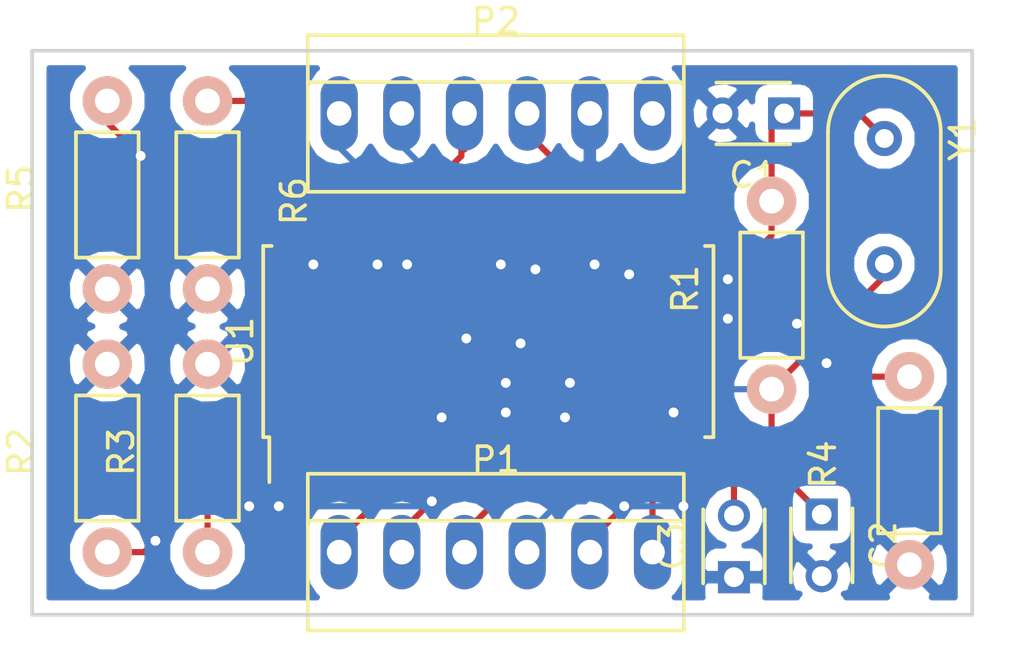
<source format=kicad_pcb>
(kicad_pcb (version 4) (host pcbnew 4.0.3-stable)

  (general
    (links 41)
    (no_connects 0)
    (area 100.17288 76.555 142.045 103.945)
    (thickness 1.6)
    (drawings 5)
    (tracks 192)
    (zones 0)
    (modules 13)
    (nets 20)
  )

  (page A4)
  (layers
    (0 F.Cu signal)
    (31 B.Cu signal)
    (32 B.Adhes user)
    (33 F.Adhes user)
    (34 B.Paste user)
    (35 F.Paste user)
    (36 B.SilkS user)
    (37 F.SilkS user)
    (38 B.Mask user)
    (39 F.Mask user)
    (40 Dwgs.User user)
    (41 Cmts.User user)
    (42 Eco1.User user)
    (43 Eco2.User user)
    (44 Edge.Cuts user)
    (45 Margin user)
    (46 B.CrtYd user)
    (47 F.CrtYd user)
    (48 B.Fab user)
    (49 F.Fab user)
  )

  (setup
    (last_trace_width 0.25)
    (trace_clearance 0.2)
    (zone_clearance 0.508)
    (zone_45_only no)
    (trace_min 0.2)
    (segment_width 0.2)
    (edge_width 0.15)
    (via_size 0.6)
    (via_drill 0.4)
    (via_min_size 0.4)
    (via_min_drill 0.3)
    (uvia_size 0.3)
    (uvia_drill 0.1)
    (uvias_allowed no)
    (uvia_min_size 0.2)
    (uvia_min_drill 0.1)
    (pcb_text_width 0.3)
    (pcb_text_size 1.5 1.5)
    (mod_edge_width 0.15)
    (mod_text_size 1 1)
    (mod_text_width 0.15)
    (pad_size 1.524 1.524)
    (pad_drill 0.762)
    (pad_to_mask_clearance 0.2)
    (aux_axis_origin 0 0)
    (visible_elements 7FFFFFFF)
    (pcbplotparams
      (layerselection 0x00030_80000001)
      (usegerberextensions false)
      (excludeedgelayer true)
      (linewidth 0.100000)
      (plotframeref false)
      (viasonmask false)
      (mode 1)
      (useauxorigin false)
      (hpglpennumber 1)
      (hpglpenspeed 20)
      (hpglpendiameter 15)
      (hpglpenoverlay 2)
      (psnegative false)
      (psa4output false)
      (plotreference true)
      (plotvalue true)
      (plotinvisibletext false)
      (padsonsilk false)
      (subtractmaskfromsilk false)
      (outputformat 1)
      (mirror false)
      (drillshape 1)
      (scaleselection 1)
      (outputdirectory ""))
  )

  (net 0 "")
  (net 1 "Net-(C1-Pad1)")
  (net 2 GND)
  (net 3 "Net-(C2-Pad1)")
  (net 4 "Net-(C3-Pad2)")
  (net 5 "Net-(P1-Pad1)")
  (net 6 "Net-(P1-Pad2)")
  (net 7 "Net-(P1-Pad3)")
  (net 8 "Net-(P1-Pad4)")
  (net 9 "Net-(P1-Pad5)")
  (net 10 "Net-(P1-Pad6)")
  (net 11 "Net-(P2-Pad1)")
  (net 12 "Net-(P2-Pad2)")
  (net 13 VCC)
  (net 14 "Net-(R2-Pad1)")
  (net 15 "Net-(R3-Pad1)")
  (net 16 "Net-(R4-Pad2)")
  (net 17 "Net-(R5-Pad2)")
  (net 18 "Net-(P2-Pad3)")
  (net 19 "Net-(P2-Pad6)")

  (net_class Default "This is the default net class."
    (clearance 0.2)
    (trace_width 0.25)
    (via_dia 0.6)
    (via_drill 0.4)
    (uvia_dia 0.3)
    (uvia_drill 0.1)
    (add_net GND)
    (add_net "Net-(C1-Pad1)")
    (add_net "Net-(C2-Pad1)")
    (add_net "Net-(C3-Pad2)")
    (add_net "Net-(P1-Pad1)")
    (add_net "Net-(P1-Pad2)")
    (add_net "Net-(P1-Pad3)")
    (add_net "Net-(P1-Pad4)")
    (add_net "Net-(P1-Pad5)")
    (add_net "Net-(P1-Pad6)")
    (add_net "Net-(P2-Pad1)")
    (add_net "Net-(P2-Pad2)")
    (add_net "Net-(P2-Pad3)")
    (add_net "Net-(P2-Pad6)")
    (add_net "Net-(R2-Pad1)")
    (add_net "Net-(R3-Pad1)")
    (add_net "Net-(R4-Pad2)")
    (add_net "Net-(R5-Pad2)")
    (add_net VCC)
  )

  (module Connect:PINHEAD1-6 (layer F.Cu) (tedit 0) (tstamp 583BB9D7)
    (at 120.396 81.28)
    (path /583C4D63)
    (attr virtual)
    (fp_text reference P2 (at 0 -3.75) (layer F.SilkS)
      (effects (font (size 1 1) (thickness 0.15)))
    )
    (fp_text value CONN_01X06 (at 0 3.81) (layer F.Fab)
      (effects (font (size 1 1) (thickness 0.15)))
    )
    (fp_line (start 0 3.175) (end 7.62 3.175) (layer F.SilkS) (width 0.15))
    (fp_line (start 0 -1.27) (end 7.62 -1.27) (layer F.SilkS) (width 0.15))
    (fp_line (start 0 -3.175) (end 7.62 -3.175) (layer F.SilkS) (width 0.15))
    (fp_line (start -7.62 -3.175) (end -7.62 3.175) (layer F.SilkS) (width 0.15))
    (fp_line (start 7.62 -3.175) (end 7.62 3.175) (layer F.SilkS) (width 0.15))
    (fp_line (start 0 -1.27) (end -7.62 -1.27) (layer F.SilkS) (width 0.15))
    (fp_line (start -7.62 -3.175) (end 0 -3.175) (layer F.SilkS) (width 0.15))
    (fp_line (start 0 3.175) (end -7.62 3.175) (layer F.SilkS) (width 0.15))
    (pad 1 thru_hole oval (at -6.35 0) (size 1.50622 3.01498) (drill 0.99822) (layers *.Cu *.Mask)
      (net 11 "Net-(P2-Pad1)"))
    (pad 2 thru_hole oval (at -3.81 0) (size 1.50622 3.01498) (drill 0.99822) (layers *.Cu *.Mask)
      (net 12 "Net-(P2-Pad2)"))
    (pad 3 thru_hole oval (at -1.27 0) (size 1.50622 3.01498) (drill 0.99822) (layers *.Cu *.Mask)
      (net 18 "Net-(P2-Pad3)"))
    (pad 4 thru_hole oval (at 1.27 0) (size 1.50622 3.01498) (drill 0.99822) (layers *.Cu *.Mask)
      (net 13 VCC))
    (pad 5 thru_hole oval (at 3.81 0) (size 1.50622 3.01498) (drill 0.99822) (layers *.Cu *.Mask)
      (net 2 GND))
    (pad 6 thru_hole oval (at 6.35 0) (size 1.50622 3.01498) (drill 0.99822) (layers *.Cu *.Mask)
      (net 19 "Net-(P2-Pad6)"))
  )

  (module Capacitors_ThroughHole:C_Disc_D3_P2.5 (layer F.Cu) (tedit 0) (tstamp 583BB9B7)
    (at 132.08 81.28 180)
    (descr "Capacitor 3mm Disc, Pitch 2.5mm")
    (tags Capacitor)
    (path /5838C491)
    (fp_text reference C1 (at 1.25 -2.5 180) (layer F.SilkS)
      (effects (font (size 1 1) (thickness 0.15)))
    )
    (fp_text value 33p (at 1.25 2.5 180) (layer F.Fab)
      (effects (font (size 1 1) (thickness 0.15)))
    )
    (fp_line (start -0.9 -1.5) (end 3.4 -1.5) (layer F.CrtYd) (width 0.05))
    (fp_line (start 3.4 -1.5) (end 3.4 1.5) (layer F.CrtYd) (width 0.05))
    (fp_line (start 3.4 1.5) (end -0.9 1.5) (layer F.CrtYd) (width 0.05))
    (fp_line (start -0.9 1.5) (end -0.9 -1.5) (layer F.CrtYd) (width 0.05))
    (fp_line (start -0.25 -1.25) (end 2.75 -1.25) (layer F.SilkS) (width 0.15))
    (fp_line (start 2.75 1.25) (end -0.25 1.25) (layer F.SilkS) (width 0.15))
    (pad 1 thru_hole rect (at 0 0 180) (size 1.3 1.3) (drill 0.8) (layers *.Cu *.Mask)
      (net 1 "Net-(C1-Pad1)"))
    (pad 2 thru_hole circle (at 2.5 0 180) (size 1.3 1.3) (drill 0.8001) (layers *.Cu *.Mask)
      (net 2 GND))
    (model Capacitors_ThroughHole.3dshapes/C_Disc_D3_P2.5.wrl
      (at (xyz 0.0492126 0 0))
      (scale (xyz 1 1 1))
      (rotate (xyz 0 0 0))
    )
  )

  (module Capacitors_ThroughHole:C_Disc_D3_P2.5 (layer F.Cu) (tedit 0) (tstamp 583BB9BD)
    (at 133.604 97.536 270)
    (descr "Capacitor 3mm Disc, Pitch 2.5mm")
    (tags Capacitor)
    (path /5838C873)
    (fp_text reference C2 (at 1.25 -2.5 270) (layer F.SilkS)
      (effects (font (size 1 1) (thickness 0.15)))
    )
    (fp_text value 33p (at 1.25 2.5 270) (layer F.Fab)
      (effects (font (size 1 1) (thickness 0.15)))
    )
    (fp_line (start -0.9 -1.5) (end 3.4 -1.5) (layer F.CrtYd) (width 0.05))
    (fp_line (start 3.4 -1.5) (end 3.4 1.5) (layer F.CrtYd) (width 0.05))
    (fp_line (start 3.4 1.5) (end -0.9 1.5) (layer F.CrtYd) (width 0.05))
    (fp_line (start -0.9 1.5) (end -0.9 -1.5) (layer F.CrtYd) (width 0.05))
    (fp_line (start -0.25 -1.25) (end 2.75 -1.25) (layer F.SilkS) (width 0.15))
    (fp_line (start 2.75 1.25) (end -0.25 1.25) (layer F.SilkS) (width 0.15))
    (pad 1 thru_hole rect (at 0 0 270) (size 1.3 1.3) (drill 0.8) (layers *.Cu *.Mask)
      (net 3 "Net-(C2-Pad1)"))
    (pad 2 thru_hole circle (at 2.5 0 270) (size 1.3 1.3) (drill 0.8001) (layers *.Cu *.Mask)
      (net 2 GND))
    (model Capacitors_ThroughHole.3dshapes/C_Disc_D3_P2.5.wrl
      (at (xyz 0.0492126 0 0))
      (scale (xyz 1 1 1))
      (rotate (xyz 0 0 0))
    )
  )

  (module Capacitors_ThroughHole:C_Disc_D3_P2.5 (layer F.Cu) (tedit 0) (tstamp 583BB9C3)
    (at 130.048 100.076 90)
    (descr "Capacitor 3mm Disc, Pitch 2.5mm")
    (tags Capacitor)
    (path /5838D612)
    (fp_text reference C3 (at 1.25 -2.5 90) (layer F.SilkS)
      (effects (font (size 1 1) (thickness 0.15)))
    )
    (fp_text value 100nF (at 1.25 2.5 90) (layer F.Fab)
      (effects (font (size 1 1) (thickness 0.15)))
    )
    (fp_line (start -0.9 -1.5) (end 3.4 -1.5) (layer F.CrtYd) (width 0.05))
    (fp_line (start 3.4 -1.5) (end 3.4 1.5) (layer F.CrtYd) (width 0.05))
    (fp_line (start 3.4 1.5) (end -0.9 1.5) (layer F.CrtYd) (width 0.05))
    (fp_line (start -0.9 1.5) (end -0.9 -1.5) (layer F.CrtYd) (width 0.05))
    (fp_line (start -0.25 -1.25) (end 2.75 -1.25) (layer F.SilkS) (width 0.15))
    (fp_line (start 2.75 1.25) (end -0.25 1.25) (layer F.SilkS) (width 0.15))
    (pad 1 thru_hole rect (at 0 0 90) (size 1.3 1.3) (drill 0.8) (layers *.Cu *.Mask)
      (net 2 GND))
    (pad 2 thru_hole circle (at 2.5 0 90) (size 1.3 1.3) (drill 0.8001) (layers *.Cu *.Mask)
      (net 4 "Net-(C3-Pad2)"))
    (model Capacitors_ThroughHole.3dshapes/C_Disc_D3_P2.5.wrl
      (at (xyz 0.0492126 0 0))
      (scale (xyz 1 1 1))
      (rotate (xyz 0 0 0))
    )
  )

  (module Connect:PINHEAD1-6 (layer F.Cu) (tedit 0) (tstamp 583BB9CD)
    (at 120.396 99.06)
    (path /583B7DD1)
    (attr virtual)
    (fp_text reference P1 (at 0 -3.75) (layer F.SilkS)
      (effects (font (size 1 1) (thickness 0.15)))
    )
    (fp_text value CONN_01X06 (at 0 3.81) (layer F.Fab)
      (effects (font (size 1 1) (thickness 0.15)))
    )
    (fp_line (start 0 3.175) (end 7.62 3.175) (layer F.SilkS) (width 0.15))
    (fp_line (start 0 -1.27) (end 7.62 -1.27) (layer F.SilkS) (width 0.15))
    (fp_line (start 0 -3.175) (end 7.62 -3.175) (layer F.SilkS) (width 0.15))
    (fp_line (start -7.62 -3.175) (end -7.62 3.175) (layer F.SilkS) (width 0.15))
    (fp_line (start 7.62 -3.175) (end 7.62 3.175) (layer F.SilkS) (width 0.15))
    (fp_line (start 0 -1.27) (end -7.62 -1.27) (layer F.SilkS) (width 0.15))
    (fp_line (start -7.62 -3.175) (end 0 -3.175) (layer F.SilkS) (width 0.15))
    (fp_line (start 0 3.175) (end -7.62 3.175) (layer F.SilkS) (width 0.15))
    (pad 1 thru_hole oval (at -6.35 0) (size 1.50622 3.01498) (drill 0.99822) (layers *.Cu *.Mask)
      (net 5 "Net-(P1-Pad1)"))
    (pad 2 thru_hole oval (at -3.81 0) (size 1.50622 3.01498) (drill 0.99822) (layers *.Cu *.Mask)
      (net 6 "Net-(P1-Pad2)"))
    (pad 3 thru_hole oval (at -1.27 0) (size 1.50622 3.01498) (drill 0.99822) (layers *.Cu *.Mask)
      (net 7 "Net-(P1-Pad3)"))
    (pad 4 thru_hole oval (at 1.27 0) (size 1.50622 3.01498) (drill 0.99822) (layers *.Cu *.Mask)
      (net 8 "Net-(P1-Pad4)"))
    (pad 5 thru_hole oval (at 3.81 0) (size 1.50622 3.01498) (drill 0.99822) (layers *.Cu *.Mask)
      (net 9 "Net-(P1-Pad5)"))
    (pad 6 thru_hole oval (at 6.35 0) (size 1.50622 3.01498) (drill 0.99822) (layers *.Cu *.Mask)
      (net 10 "Net-(P1-Pad6)"))
  )

  (module Crystals:HC-49V (layer F.Cu) (tedit 56D4D4E4) (tstamp 583BBA1B)
    (at 136.144 82.296 270)
    (descr "Quartz boitier HC-49 Vertical")
    (tags "QUARTZ DEV")
    (path /5838C514)
    (fp_text reference Y1 (at 0 -3.175 270) (layer F.SilkS)
      (effects (font (size 1 1) (thickness 0.15)))
    )
    (fp_text value Crystal (at 0 3.175 270) (layer F.Fab)
      (effects (font (size 1 1) (thickness 0.15)))
    )
    (fp_line (start 5.35 2.8) (end -0.25 2.8) (layer F.CrtYd) (width 0.05))
    (fp_line (start -0.25 -2.8) (end 5.35 -2.8) (layer F.CrtYd) (width 0.05))
    (fp_arc (start -0.25 0) (end -0.25 2.8) (angle 180) (layer F.CrtYd) (width 0.05))
    (fp_arc (start 5.35 0) (end 5.35 -2.8) (angle 180) (layer F.CrtYd) (width 0.05))
    (fp_arc (start 5.334 0) (end 5.334 -2.286) (angle 180) (layer F.SilkS) (width 0.15))
    (fp_arc (start -0.254 0) (end -0.254 2.286) (angle 180) (layer F.SilkS) (width 0.15))
    (fp_line (start -0.254 2.286) (end 5.334 2.286) (layer F.SilkS) (width 0.15))
    (fp_line (start -0.254 -2.286) (end 5.334 -2.286) (layer F.SilkS) (width 0.15))
    (pad 1 thru_hole circle (at 0 0 270) (size 1.4224 1.4224) (drill 0.762) (layers *.Cu *.Mask)
      (net 1 "Net-(C1-Pad1)"))
    (pad 2 thru_hole circle (at 5.08 0 270) (size 1.4224 1.4224) (drill 0.762) (layers *.Cu *.Mask)
      (net 3 "Net-(C2-Pad1)"))
    (model Crystals.3dshapes/HC-49V.wrl
      (at (xyz 0.1 0 0))
      (scale (xyz 1 1 0.2))
      (rotate (xyz 0 0 0))
    )
  )

  (module Resistors_ThroughHole:Resistor_Horizontal_RM7mm (layer F.Cu) (tedit 569FCF07) (tstamp 583BBE11)
    (at 131.572 92.456 90)
    (descr "Resistor, Axial,  RM 7.62mm, 1/3W,")
    (tags "Resistor Axial RM 7.62mm 1/3W R3")
    (path /5838C3D8)
    (fp_text reference R1 (at 4.05892 -3.50012 90) (layer F.SilkS)
      (effects (font (size 1 1) (thickness 0.15)))
    )
    (fp_text value 1M (at 3.81 3.81 90) (layer F.Fab)
      (effects (font (size 1 1) (thickness 0.15)))
    )
    (fp_line (start -1.25 -1.5) (end 8.85 -1.5) (layer F.CrtYd) (width 0.05))
    (fp_line (start -1.25 1.5) (end -1.25 -1.5) (layer F.CrtYd) (width 0.05))
    (fp_line (start 8.85 -1.5) (end 8.85 1.5) (layer F.CrtYd) (width 0.05))
    (fp_line (start -1.25 1.5) (end 8.85 1.5) (layer F.CrtYd) (width 0.05))
    (fp_line (start 1.27 -1.27) (end 6.35 -1.27) (layer F.SilkS) (width 0.15))
    (fp_line (start 6.35 -1.27) (end 6.35 1.27) (layer F.SilkS) (width 0.15))
    (fp_line (start 6.35 1.27) (end 1.27 1.27) (layer F.SilkS) (width 0.15))
    (fp_line (start 1.27 1.27) (end 1.27 -1.27) (layer F.SilkS) (width 0.15))
    (pad 1 thru_hole circle (at 0 0 90) (size 1.99898 1.99898) (drill 1.00076) (layers *.Cu *.SilkS *.Mask)
      (net 3 "Net-(C2-Pad1)"))
    (pad 2 thru_hole circle (at 7.62 0 90) (size 1.99898 1.99898) (drill 1.00076) (layers *.Cu *.SilkS *.Mask)
      (net 1 "Net-(C1-Pad1)"))
  )

  (module Resistors_ThroughHole:Resistor_Horizontal_RM7mm (layer F.Cu) (tedit 569FCF07) (tstamp 583BBE16)
    (at 104.648 99.06 90)
    (descr "Resistor, Axial,  RM 7.62mm, 1/3W,")
    (tags "Resistor Axial RM 7.62mm 1/3W R3")
    (path /5838DDC6)
    (fp_text reference R2 (at 4.05892 -3.50012 90) (layer F.SilkS)
      (effects (font (size 1 1) (thickness 0.15)))
    )
    (fp_text value 100K (at 3.81 3.81 90) (layer F.Fab)
      (effects (font (size 1 1) (thickness 0.15)))
    )
    (fp_line (start -1.25 -1.5) (end 8.85 -1.5) (layer F.CrtYd) (width 0.05))
    (fp_line (start -1.25 1.5) (end -1.25 -1.5) (layer F.CrtYd) (width 0.05))
    (fp_line (start 8.85 -1.5) (end 8.85 1.5) (layer F.CrtYd) (width 0.05))
    (fp_line (start -1.25 1.5) (end 8.85 1.5) (layer F.CrtYd) (width 0.05))
    (fp_line (start 1.27 -1.27) (end 6.35 -1.27) (layer F.SilkS) (width 0.15))
    (fp_line (start 6.35 -1.27) (end 6.35 1.27) (layer F.SilkS) (width 0.15))
    (fp_line (start 6.35 1.27) (end 1.27 1.27) (layer F.SilkS) (width 0.15))
    (fp_line (start 1.27 1.27) (end 1.27 -1.27) (layer F.SilkS) (width 0.15))
    (pad 1 thru_hole circle (at 0 0 90) (size 1.99898 1.99898) (drill 1.00076) (layers *.Cu *.SilkS *.Mask)
      (net 14 "Net-(R2-Pad1)"))
    (pad 2 thru_hole circle (at 7.62 0 90) (size 1.99898 1.99898) (drill 1.00076) (layers *.Cu *.SilkS *.Mask)
      (net 2 GND))
  )

  (module Resistors_ThroughHole:Resistor_Horizontal_RM7mm (layer F.Cu) (tedit 569FCF07) (tstamp 583BBE1B)
    (at 108.712 99.06 90)
    (descr "Resistor, Axial,  RM 7.62mm, 1/3W,")
    (tags "Resistor Axial RM 7.62mm 1/3W R3")
    (path /5838DE6C)
    (fp_text reference R3 (at 4.05892 -3.50012 90) (layer F.SilkS)
      (effects (font (size 1 1) (thickness 0.15)))
    )
    (fp_text value 100K (at 3.81 3.81 90) (layer F.Fab)
      (effects (font (size 1 1) (thickness 0.15)))
    )
    (fp_line (start -1.25 -1.5) (end 8.85 -1.5) (layer F.CrtYd) (width 0.05))
    (fp_line (start -1.25 1.5) (end -1.25 -1.5) (layer F.CrtYd) (width 0.05))
    (fp_line (start 8.85 -1.5) (end 8.85 1.5) (layer F.CrtYd) (width 0.05))
    (fp_line (start -1.25 1.5) (end 8.85 1.5) (layer F.CrtYd) (width 0.05))
    (fp_line (start 1.27 -1.27) (end 6.35 -1.27) (layer F.SilkS) (width 0.15))
    (fp_line (start 6.35 -1.27) (end 6.35 1.27) (layer F.SilkS) (width 0.15))
    (fp_line (start 6.35 1.27) (end 1.27 1.27) (layer F.SilkS) (width 0.15))
    (fp_line (start 1.27 1.27) (end 1.27 -1.27) (layer F.SilkS) (width 0.15))
    (pad 1 thru_hole circle (at 0 0 90) (size 1.99898 1.99898) (drill 1.00076) (layers *.Cu *.SilkS *.Mask)
      (net 15 "Net-(R3-Pad1)"))
    (pad 2 thru_hole circle (at 7.62 0 90) (size 1.99898 1.99898) (drill 1.00076) (layers *.Cu *.SilkS *.Mask)
      (net 2 GND))
  )

  (module Resistors_ThroughHole:Resistor_Horizontal_RM7mm (layer F.Cu) (tedit 569FCF07) (tstamp 583BBE20)
    (at 137.16 99.568 90)
    (descr "Resistor, Axial,  RM 7.62mm, 1/3W,")
    (tags "Resistor Axial RM 7.62mm 1/3W R3")
    (path /5838DEE8)
    (fp_text reference R4 (at 4.05892 -3.50012 90) (layer F.SilkS)
      (effects (font (size 1 1) (thickness 0.15)))
    )
    (fp_text value 100K (at 3.81 3.81 90) (layer F.Fab)
      (effects (font (size 1 1) (thickness 0.15)))
    )
    (fp_line (start -1.25 -1.5) (end 8.85 -1.5) (layer F.CrtYd) (width 0.05))
    (fp_line (start -1.25 1.5) (end -1.25 -1.5) (layer F.CrtYd) (width 0.05))
    (fp_line (start 8.85 -1.5) (end 8.85 1.5) (layer F.CrtYd) (width 0.05))
    (fp_line (start -1.25 1.5) (end 8.85 1.5) (layer F.CrtYd) (width 0.05))
    (fp_line (start 1.27 -1.27) (end 6.35 -1.27) (layer F.SilkS) (width 0.15))
    (fp_line (start 6.35 -1.27) (end 6.35 1.27) (layer F.SilkS) (width 0.15))
    (fp_line (start 6.35 1.27) (end 1.27 1.27) (layer F.SilkS) (width 0.15))
    (fp_line (start 1.27 1.27) (end 1.27 -1.27) (layer F.SilkS) (width 0.15))
    (pad 1 thru_hole circle (at 0 0 90) (size 1.99898 1.99898) (drill 1.00076) (layers *.Cu *.SilkS *.Mask)
      (net 2 GND))
    (pad 2 thru_hole circle (at 7.62 0 90) (size 1.99898 1.99898) (drill 1.00076) (layers *.Cu *.SilkS *.Mask)
      (net 16 "Net-(R4-Pad2)"))
  )

  (module Resistors_ThroughHole:Resistor_Horizontal_RM7mm (layer F.Cu) (tedit 569FCF07) (tstamp 583BBE25)
    (at 104.648 88.392 90)
    (descr "Resistor, Axial,  RM 7.62mm, 1/3W,")
    (tags "Resistor Axial RM 7.62mm 1/3W R3")
    (path /5838DFA5)
    (fp_text reference R5 (at 4.05892 -3.50012 90) (layer F.SilkS)
      (effects (font (size 1 1) (thickness 0.15)))
    )
    (fp_text value 100K (at 3.81 3.81 90) (layer F.Fab)
      (effects (font (size 1 1) (thickness 0.15)))
    )
    (fp_line (start -1.25 -1.5) (end 8.85 -1.5) (layer F.CrtYd) (width 0.05))
    (fp_line (start -1.25 1.5) (end -1.25 -1.5) (layer F.CrtYd) (width 0.05))
    (fp_line (start 8.85 -1.5) (end 8.85 1.5) (layer F.CrtYd) (width 0.05))
    (fp_line (start -1.25 1.5) (end 8.85 1.5) (layer F.CrtYd) (width 0.05))
    (fp_line (start 1.27 -1.27) (end 6.35 -1.27) (layer F.SilkS) (width 0.15))
    (fp_line (start 6.35 -1.27) (end 6.35 1.27) (layer F.SilkS) (width 0.15))
    (fp_line (start 6.35 1.27) (end 1.27 1.27) (layer F.SilkS) (width 0.15))
    (fp_line (start 1.27 1.27) (end 1.27 -1.27) (layer F.SilkS) (width 0.15))
    (pad 1 thru_hole circle (at 0 0 90) (size 1.99898 1.99898) (drill 1.00076) (layers *.Cu *.SilkS *.Mask)
      (net 2 GND))
    (pad 2 thru_hole circle (at 7.62 0 90) (size 1.99898 1.99898) (drill 1.00076) (layers *.Cu *.SilkS *.Mask)
      (net 17 "Net-(R5-Pad2)"))
  )

  (module Resistors_ThroughHole:Resistor_Horizontal_RM7mm (layer F.Cu) (tedit 569FCF07) (tstamp 584DD638)
    (at 108.712 80.772 270)
    (descr "Resistor, Axial,  RM 7.62mm, 1/3W,")
    (tags "Resistor Axial RM 7.62mm 1/3W R3")
    (path /584DD54F)
    (fp_text reference R6 (at 4.05892 -3.50012 270) (layer F.SilkS)
      (effects (font (size 1 1) (thickness 0.15)))
    )
    (fp_text value 100K (at 3.81 3.81 270) (layer F.Fab)
      (effects (font (size 1 1) (thickness 0.15)))
    )
    (fp_line (start -1.25 -1.5) (end 8.85 -1.5) (layer F.CrtYd) (width 0.05))
    (fp_line (start -1.25 1.5) (end -1.25 -1.5) (layer F.CrtYd) (width 0.05))
    (fp_line (start 8.85 -1.5) (end 8.85 1.5) (layer F.CrtYd) (width 0.05))
    (fp_line (start -1.25 1.5) (end 8.85 1.5) (layer F.CrtYd) (width 0.05))
    (fp_line (start 1.27 -1.27) (end 6.35 -1.27) (layer F.SilkS) (width 0.15))
    (fp_line (start 6.35 -1.27) (end 6.35 1.27) (layer F.SilkS) (width 0.15))
    (fp_line (start 6.35 1.27) (end 1.27 1.27) (layer F.SilkS) (width 0.15))
    (fp_line (start 1.27 1.27) (end 1.27 -1.27) (layer F.SilkS) (width 0.15))
    (pad 1 thru_hole circle (at 0 0 270) (size 1.99898 1.99898) (drill 1.00076) (layers *.Cu *.SilkS *.Mask)
      (net 18 "Net-(P2-Pad3)"))
    (pad 2 thru_hole circle (at 7.62 0 270) (size 1.99898 1.99898) (drill 1.00076) (layers *.Cu *.SilkS *.Mask)
      (net 2 GND))
  )

  (module Housings_SOIC:SOIC-28W_7.5x17.9mm_Pitch1.27mm (layer F.Cu) (tedit 57503567) (tstamp 584DD78B)
    (at 120.0912 90.5256 90)
    (descr "28-Lead Plastic Small Outline (SO) - Wide, 7.50 mm Body [SOIC] (see Microchip Packaging Specification 00000049BS.pdf)")
    (tags "SOIC 1.27")
    (path /5838BFC0)
    (attr smd)
    (fp_text reference U1 (at 0 -10.05 90) (layer F.SilkS)
      (effects (font (size 1 1) (thickness 0.15)))
    )
    (fp_text value VS1011E-S (at 0 10.05 90) (layer F.Fab)
      (effects (font (size 1 1) (thickness 0.15)))
    )
    (fp_line (start -2.75 -8.95) (end 3.75 -8.95) (layer F.Fab) (width 0.15))
    (fp_line (start 3.75 -8.95) (end 3.75 8.95) (layer F.Fab) (width 0.15))
    (fp_line (start 3.75 8.95) (end -3.75 8.95) (layer F.Fab) (width 0.15))
    (fp_line (start -3.75 8.95) (end -3.75 -7.95) (layer F.Fab) (width 0.15))
    (fp_line (start -3.75 -7.95) (end -2.75 -8.95) (layer F.Fab) (width 0.15))
    (fp_line (start -5.95 -9.3) (end -5.95 9.3) (layer F.CrtYd) (width 0.05))
    (fp_line (start 5.95 -9.3) (end 5.95 9.3) (layer F.CrtYd) (width 0.05))
    (fp_line (start -5.95 -9.3) (end 5.95 -9.3) (layer F.CrtYd) (width 0.05))
    (fp_line (start -5.95 9.3) (end 5.95 9.3) (layer F.CrtYd) (width 0.05))
    (fp_line (start -3.875 -9.125) (end -3.875 -8.875) (layer F.SilkS) (width 0.15))
    (fp_line (start 3.875 -9.125) (end 3.875 -8.78) (layer F.SilkS) (width 0.15))
    (fp_line (start 3.875 9.125) (end 3.875 8.78) (layer F.SilkS) (width 0.15))
    (fp_line (start -3.875 9.125) (end -3.875 8.78) (layer F.SilkS) (width 0.15))
    (fp_line (start -3.875 -9.125) (end 3.875 -9.125) (layer F.SilkS) (width 0.15))
    (fp_line (start -3.875 9.125) (end 3.875 9.125) (layer F.SilkS) (width 0.15))
    (fp_line (start -3.875 -8.875) (end -5.7 -8.875) (layer F.SilkS) (width 0.15))
    (pad 1 smd rect (at -4.7 -8.255 90) (size 2 0.6) (layers F.Cu F.Paste F.Mask)
      (net 6 "Net-(P1-Pad2)"))
    (pad 2 smd rect (at -4.7 -6.985 90) (size 2 0.6) (layers F.Cu F.Paste F.Mask)
      (net 14 "Net-(R2-Pad1)"))
    (pad 3 smd rect (at -4.7 -5.715 90) (size 2 0.6) (layers F.Cu F.Paste F.Mask)
      (net 15 "Net-(R3-Pad1)"))
    (pad 4 smd rect (at -4.7 -4.445 90) (size 2 0.6) (layers F.Cu F.Paste F.Mask)
      (net 5 "Net-(P1-Pad1)"))
    (pad 5 smd rect (at -4.7 -3.175 90) (size 2 0.6) (layers F.Cu F.Paste F.Mask)
      (net 13 VCC))
    (pad 6 smd rect (at -4.7 -1.905 90) (size 2 0.6) (layers F.Cu F.Paste F.Mask)
      (net 2 GND))
    (pad 7 smd rect (at -4.7 -0.635 90) (size 2 0.6) (layers F.Cu F.Paste F.Mask)
      (net 1 "Net-(C1-Pad1)"))
    (pad 8 smd rect (at -4.7 0.635 90) (size 2 0.6) (layers F.Cu F.Paste F.Mask)
      (net 3 "Net-(C2-Pad1)"))
    (pad 9 smd rect (at -4.7 1.905 90) (size 2 0.6) (layers F.Cu F.Paste F.Mask)
      (net 13 VCC))
    (pad 10 smd rect (at -4.7 3.175 90) (size 2 0.6) (layers F.Cu F.Paste F.Mask)
      (net 2 GND))
    (pad 11 smd rect (at -4.7 4.445 90) (size 2 0.6) (layers F.Cu F.Paste F.Mask)
      (net 7 "Net-(P1-Pad3)"))
    (pad 12 smd rect (at -4.7 5.715 90) (size 2 0.6) (layers F.Cu F.Paste F.Mask)
      (net 8 "Net-(P1-Pad4)"))
    (pad 13 smd rect (at -4.7 6.985 90) (size 2 0.6) (layers F.Cu F.Paste F.Mask)
      (net 10 "Net-(P1-Pad6)"))
    (pad 14 smd rect (at -4.7 8.255 90) (size 2 0.6) (layers F.Cu F.Paste F.Mask)
      (net 9 "Net-(P1-Pad5)"))
    (pad 15 smd rect (at 4.7 8.255 90) (size 2 0.6) (layers F.Cu F.Paste F.Mask)
      (net 13 VCC))
    (pad 16 smd rect (at 4.7 6.985 90) (size 2 0.6) (layers F.Cu F.Paste F.Mask)
      (net 16 "Net-(R4-Pad2)"))
    (pad 17 smd rect (at 4.7 5.715 90) (size 2 0.6) (layers F.Cu F.Paste F.Mask)
      (net 17 "Net-(R5-Pad2)"))
    (pad 18 smd rect (at 4.7 4.445 90) (size 2 0.6) (layers F.Cu F.Paste F.Mask)
      (net 2 GND))
    (pad 19 smd rect (at 4.7 3.175 90) (size 2 0.6) (layers F.Cu F.Paste F.Mask)
      (net 13 VCC))
    (pad 20 smd rect (at 4.7 1.905 90) (size 2 0.6) (layers F.Cu F.Paste F.Mask)
      (net 12 "Net-(P2-Pad2)"))
    (pad 21 smd rect (at 4.7 0.635 90) (size 2 0.6) (layers F.Cu F.Paste F.Mask)
      (net 2 GND))
    (pad 22 smd rect (at 4.7 -0.635 90) (size 2 0.6) (layers F.Cu F.Paste F.Mask)
      (net 4 "Net-(C3-Pad2)"))
    (pad 23 smd rect (at 4.7 -1.905 90) (size 2 0.6) (layers F.Cu F.Paste F.Mask)
      (net 13 VCC))
    (pad 24 smd rect (at 4.7 -3.175 90) (size 2 0.6) (layers F.Cu F.Paste F.Mask)
      (net 11 "Net-(P2-Pad1)"))
    (pad 25 smd rect (at 4.7 -4.445 90) (size 2 0.6) (layers F.Cu F.Paste F.Mask)
      (net 2 GND))
    (pad 26 smd rect (at 4.7 -5.715 90) (size 2 0.6) (layers F.Cu F.Paste F.Mask)
      (net 18 "Net-(P2-Pad3)"))
    (pad 27 smd rect (at 4.7 -6.985 90) (size 2 0.6) (layers F.Cu F.Paste F.Mask)
      (net 2 GND))
    (pad 28 smd rect (at 4.7 -8.255 90) (size 2 0.6) (layers F.Cu F.Paste F.Mask)
      (net 13 VCC))
    (model Housings_SOIC.3dshapes/SOIC-28_7.5x17.9mm_Pitch1.27mm.wrl
      (at (xyz 0 0 0))
      (scale (xyz 1 1 1))
      (rotate (xyz 0 0 0))
    )
  )

  (gr_line (start 139.7 78.74) (end 139.7 101.6) (angle 90) (layer Edge.Cuts) (width 0.15))
  (gr_line (start 101.6 78.74) (end 139.7 78.74) (angle 90) (layer Edge.Cuts) (width 0.15))
  (gr_line (start 101.6 101.6) (end 101.6 78.74) (angle 90) (layer Edge.Cuts) (width 0.15))
  (gr_line (start 127 101.6) (end 139.7 101.6) (angle 90) (layer Edge.Cuts) (width 0.15))
  (gr_line (start 127 101.6) (end 101.6 101.6) (angle 90) (layer Edge.Cuts) (width 0.15))

  (segment (start 131.572 84.836) (end 131.572 86.228) (width 0.25) (layer F.Cu) (net 1) (status 400000))
  (segment (start 119.4562 92.1438) (end 119.4562 95.2256) (width 0.25) (layer F.Cu) (net 1) (tstamp 584DDEAF) (status 800000))
  (segment (start 120.2 91.4) (end 119.4562 92.1438) (width 0.25) (layer F.Cu) (net 1) (tstamp 584DDEAE))
  (segment (start 128 91.4) (end 120.2 91.4) (width 0.25) (layer F.Cu) (net 1) (tstamp 584DDEAB))
  (segment (start 129.8 89.6) (end 128 91.4) (width 0.25) (layer F.Cu) (net 1) (tstamp 584DDEAA))
  (via (at 129.8 89.6) (size 0.6) (drill 0.4) (layers F.Cu B.Cu) (net 1))
  (segment (start 129.8 88) (end 129.8 89.6) (width 0.25) (layer B.Cu) (net 1) (tstamp 584DDEA7))
  (via (at 129.8 88) (size 0.6) (drill 0.4) (layers F.Cu B.Cu) (net 1))
  (segment (start 131.572 86.228) (end 129.8 88) (width 0.25) (layer F.Cu) (net 1) (tstamp 584DDEA2))
  (segment (start 131.572 84.836) (end 131.572 81.788) (width 0.25) (layer F.Cu) (net 1) (status C00000))
  (segment (start 131.572 81.788) (end 132.08 81.28) (width 0.25) (layer F.Cu) (net 1) (tstamp 584DDE75) (status C00000))
  (segment (start 132.08 81.28) (end 135.128 81.28) (width 0.25) (layer F.Cu) (net 1) (status 400000))
  (segment (start 135.128 81.28) (end 136.144 82.296) (width 0.25) (layer F.Cu) (net 1) (tstamp 584DDE71) (status 800000))
  (segment (start 131.572 81.788) (end 132.08 81.28) (width 0.25) (layer B.Cu) (net 1) (tstamp 584DDE62) (status C00000))
  (segment (start 131.572 81.788) (end 132.08 81.28) (width 0.25) (layer F.Cu) (net 1) (tstamp 583BC3BC))
  (via (at 123.2 93.6) (size 0.6) (drill 0.4) (layers F.Cu B.Cu) (net 2))
  (segment (start 123.2662 95.2256) (end 123.2662 93.6662) (width 0.25) (layer F.Cu) (net 2) (tstamp 584DDC1C) (status 400000))
  (segment (start 123.2662 93.6662) (end 123.2 93.6) (width 0.25) (layer F.Cu) (net 2) (tstamp 584DDC1B))
  (via (at 118.2 93.6) (size 0.6) (drill 0.4) (layers F.Cu B.Cu) (net 2))
  (segment (start 118.1862 95.2256) (end 118.1862 93.6138) (width 0.25) (layer F.Cu) (net 2) (tstamp 584DDC15) (status 400000))
  (segment (start 118.1862 93.6138) (end 118.2 93.6) (width 0.25) (layer F.Cu) (net 2) (tstamp 584DDC14))
  (via (at 124.4 87.4) (size 0.6) (drill 0.4) (layers F.Cu B.Cu) (net 2))
  (segment (start 124.5362 85.8256) (end 124.5362 87.2638) (width 0.25) (layer F.Cu) (net 2) (tstamp 584DDC03) (status 400000))
  (segment (start 124.5362 87.2638) (end 124.4 87.4) (width 0.25) (layer F.Cu) (net 2) (tstamp 584DDC02))
  (segment (start 120.6 87.2) (end 120.6 87.4) (width 0.25) (layer B.Cu) (net 2))
  (segment (start 120.7262 87.2738) (end 120.7262 85.8256) (width 0.25) (layer F.Cu) (net 2) (tstamp 584DDBFB) (status 800000))
  (segment (start 120.6 87.4) (end 120.7262 87.2738) (width 0.25) (layer F.Cu) (net 2) (tstamp 584DDBFA))
  (via (at 120.6 87.4) (size 0.6) (drill 0.4) (layers F.Cu B.Cu) (net 2))
  (via (at 115.6 87.4) (size 0.6) (drill 0.4) (layers F.Cu B.Cu) (net 2))
  (segment (start 115.6462 85.8256) (end 115.6462 87.3538) (width 0.25) (layer F.Cu) (net 2) (tstamp 584DDBEB) (status 400000))
  (segment (start 115.6462 87.3538) (end 115.6 87.4) (width 0.25) (layer F.Cu) (net 2) (tstamp 584DDBEA))
  (via (at 113 87.4) (size 0.6) (drill 0.4) (layers F.Cu B.Cu) (net 2))
  (segment (start 113.1062 85.8256) (end 113.1062 87.2938) (width 0.25) (layer F.Cu) (net 2) (tstamp 584DDBE6) (status 400000))
  (segment (start 113.1062 87.2938) (end 113 87.4) (width 0.25) (layer F.Cu) (net 2) (tstamp 584DDBE5))
  (segment (start 131.572 92.456) (end 127.344 92.456) (width 0.25) (layer B.Cu) (net 3) (status 400000))
  (segment (start 120.7262 93.4738) (end 120.7262 95.2256) (width 0.25) (layer F.Cu) (net 3) (tstamp 584DDF05) (status 800000))
  (segment (start 120.8 93.4) (end 120.7262 93.4738) (width 0.25) (layer F.Cu) (net 3) (tstamp 584DDF04))
  (via (at 120.8 93.4) (size 0.6) (drill 0.4) (layers F.Cu B.Cu) (net 3))
  (segment (start 123 95.6) (end 120.8 93.4) (width 0.25) (layer B.Cu) (net 3) (tstamp 584DDEFE))
  (segment (start 124.2 95.6) (end 123 95.6) (width 0.25) (layer B.Cu) (net 3) (tstamp 584DDEF8))
  (segment (start 127.344 92.456) (end 124.2 95.6) (width 0.25) (layer B.Cu) (net 3) (tstamp 584DDEEA))
  (segment (start 131.572 92.456) (end 131.572 95.504) (width 0.25) (layer F.Cu) (net 3) (status 400000))
  (segment (start 131.572 95.504) (end 133.604 97.536) (width 0.25) (layer F.Cu) (net 3) (tstamp 584DDE7B) (status 800000))
  (segment (start 136.144 87.376) (end 136.144 87.884) (width 0.25) (layer F.Cu) (net 3) (status C00000))
  (segment (start 136.144 87.884) (end 131.572 92.456) (width 0.25) (layer F.Cu) (net 3) (tstamp 584DDE78) (status C00000))
  (segment (start 131.572 92.456) (end 131.572 91.948) (width 0.25) (layer F.Cu) (net 3))
  (segment (start 119.4562 85.8256) (end 119.4562 88.6562) (width 0.25) (layer F.Cu) (net 4) (status 400000))
  (segment (start 130.048 94.048) (end 130.048 97.576) (width 0.25) (layer F.Cu) (net 4) (tstamp 584DDEC8) (status 800000))
  (segment (start 128.6 92.6) (end 130.048 94.048) (width 0.25) (layer F.Cu) (net 4) (tstamp 584DDEC5))
  (segment (start 123.8 92.6) (end 128.6 92.6) (width 0.25) (layer F.Cu) (net 4) (tstamp 584DDEC2))
  (segment (start 123.4 92.2) (end 123.8 92.6) (width 0.25) (layer F.Cu) (net 4) (tstamp 584DDEC1))
  (via (at 123.4 92.2) (size 0.6) (drill 0.4) (layers F.Cu B.Cu) (net 4))
  (segment (start 123 92.2) (end 123.4 92.2) (width 0.25) (layer B.Cu) (net 4) (tstamp 584DDEBF))
  (segment (start 121.4 90.6) (end 123 92.2) (width 0.25) (layer B.Cu) (net 4) (tstamp 584DDEBE))
  (via (at 121.4 90.6) (size 0.6) (drill 0.4) (layers F.Cu B.Cu) (net 4))
  (segment (start 119.4562 88.6562) (end 121.4 90.6) (width 0.25) (layer F.Cu) (net 4) (tstamp 584DDEB6))
  (segment (start 114.046 99.06) (end 114.046 98.554) (width 0.25) (layer F.Cu) (net 5) (status C00000))
  (segment (start 114.046 98.554) (end 115.6462 96.9538) (width 0.25) (layer F.Cu) (net 5) (tstamp 584DDC56) (status 400000))
  (segment (start 115.6462 96.9538) (end 115.6462 95.2256) (width 0.25) (layer F.Cu) (net 5) (tstamp 584DDC59) (status 800000))
  (segment (start 114.046 99.06) (end 114.046 97.79) (width 0.25) (layer F.Cu) (net 5))
  (segment (start 116.586 99.06) (end 116.586 98.214) (width 0.25) (layer F.Cu) (net 6) (status C00000))
  (segment (start 116.586 98.214) (end 117.8 97) (width 0.25) (layer F.Cu) (net 6) (tstamp 584DDC60) (status 400000))
  (via (at 117.8 97) (size 0.6) (drill 0.4) (layers F.Cu B.Cu) (net 6))
  (segment (start 117.8 97) (end 117.6 97.2) (width 0.25) (layer B.Cu) (net 6) (tstamp 584DDC66))
  (segment (start 117.6 97.2) (end 111.6 97.2) (width 0.25) (layer B.Cu) (net 6) (tstamp 584DDC67))
  (via (at 111.6 97.2) (size 0.6) (drill 0.4) (layers F.Cu B.Cu) (net 6))
  (segment (start 111.6 97.2) (end 111.8362 96.9638) (width 0.25) (layer F.Cu) (net 6) (tstamp 584DDC6E))
  (segment (start 111.8362 96.9638) (end 111.8362 95.2256) (width 0.25) (layer F.Cu) (net 6) (tstamp 584DDC6F) (status 800000))
  (segment (start 119.126 99.06) (end 119.126 98.274) (width 0.25) (layer F.Cu) (net 7) (status C00000))
  (segment (start 119.126 98.274) (end 120.6 96.8) (width 0.25) (layer F.Cu) (net 7) (tstamp 584DDE09) (status 400000))
  (segment (start 124.5362 96.4638) (end 124.5362 95.2256) (width 0.25) (layer F.Cu) (net 7) (tstamp 584DDE17) (status 800000))
  (segment (start 124.2 96.8) (end 124.5362 96.4638) (width 0.25) (layer F.Cu) (net 7) (tstamp 584DDE16))
  (segment (start 120.6 96.8) (end 124.2 96.8) (width 0.25) (layer F.Cu) (net 7) (tstamp 584DDE0E))
  (segment (start 119.126 99.06) (end 119.126 98.074) (width 0.25) (layer F.Cu) (net 7) (status C00000))
  (segment (start 119.126 99.06) (end 119.126 98.474) (width 0.25) (layer F.Cu) (net 7) (status C00000))
  (segment (start 119.126 99.06) (end 119.126 98.298) (width 0.25) (layer F.Cu) (net 7))
  (segment (start 121.666 99.06) (end 121.666 98.334) (width 0.25) (layer B.Cu) (net 8) (status C00000))
  (segment (start 121.666 98.334) (end 123 97) (width 0.25) (layer B.Cu) (net 8) (tstamp 584DDFEF) (status 400000))
  (segment (start 125.8062 93.9938) (end 125.8062 95.2256) (width 0.25) (layer F.Cu) (net 8) (tstamp 584DE004) (status 800000))
  (segment (start 126.4 93.4) (end 125.8062 93.9938) (width 0.25) (layer F.Cu) (net 8) (tstamp 584DE000))
  (segment (start 127.6 93.4) (end 126.4 93.4) (width 0.25) (layer F.Cu) (net 8) (tstamp 584DDFFF))
  (via (at 127.6 93.4) (size 0.6) (drill 0.4) (layers F.Cu B.Cu) (net 8))
  (segment (start 124 97) (end 127.6 93.4) (width 0.25) (layer B.Cu) (net 8) (tstamp 584DDFF9))
  (segment (start 123 97) (end 124 97) (width 0.25) (layer B.Cu) (net 8) (tstamp 584DDFF6))
  (segment (start 121.666 98.298) (end 121.666 99.06) (width 0.25) (layer F.Cu) (net 8) (tstamp 583BC32E))
  (segment (start 124.206 99.06) (end 124.206 98.594) (width 0.25) (layer F.Cu) (net 9) (status C00000))
  (segment (start 124.206 98.594) (end 125.6 97.2) (width 0.25) (layer F.Cu) (net 9) (tstamp 584DDDB8) (status 400000))
  (segment (start 128.3462 96.8538) (end 128.3462 95.2256) (width 0.25) (layer F.Cu) (net 9) (tstamp 584DDDBF) (status 800000))
  (segment (start 128 97.2) (end 128.3462 96.8538) (width 0.25) (layer F.Cu) (net 9) (tstamp 584DDDBE))
  (via (at 128 97.2) (size 0.6) (drill 0.4) (layers F.Cu B.Cu) (net 9))
  (segment (start 125.6 97.2) (end 128 97.2) (width 0.25) (layer B.Cu) (net 9) (tstamp 584DDDBB))
  (via (at 125.6 97.2) (size 0.6) (drill 0.4) (layers F.Cu B.Cu) (net 9))
  (segment (start 124.206 99.06) (end 124.206 98.806) (width 0.25) (layer B.Cu) (net 9))
  (segment (start 126.746 99.06) (end 126.746 95.5558) (width 0.25) (layer F.Cu) (net 10) (status 400000))
  (segment (start 126.746 95.5558) (end 127.0762 95.2256) (width 0.25) (layer F.Cu) (net 10) (tstamp 584DDDB3) (status 800000))
  (segment (start 114.046 81.28) (end 114.046 82.646) (width 0.25) (layer B.Cu) (net 11) (status C00000))
  (segment (start 114.046 82.646) (end 114.8 83.4) (width 0.25) (layer B.Cu) (net 11) (tstamp 584DE05B) (status 400000))
  (segment (start 116.9162 87.2838) (end 116.9162 85.8256) (width 0.25) (layer F.Cu) (net 11) (tstamp 584DE077) (status 800000))
  (segment (start 116.8 87.4) (end 116.9162 87.2838) (width 0.25) (layer F.Cu) (net 11) (tstamp 584DE076))
  (via (at 116.8 87.4) (size 0.6) (drill 0.4) (layers F.Cu B.Cu) (net 11))
  (segment (start 116.8 84.2) (end 116.8 87.4) (width 0.25) (layer B.Cu) (net 11) (tstamp 584DE068))
  (segment (start 116 83.4) (end 116.8 84.2) (width 0.25) (layer B.Cu) (net 11) (tstamp 584DE065))
  (segment (start 114.8 83.4) (end 116 83.4) (width 0.25) (layer B.Cu) (net 11) (tstamp 584DE062))
  (segment (start 114.046 81.28) (end 114.046 81.534) (width 0.25) (layer F.Cu) (net 11))
  (segment (start 116.586 81.28) (end 116.586 82.586) (width 0.25) (layer B.Cu) (net 12) (status C00000))
  (segment (start 116.586 82.586) (end 117.6 83.6) (width 0.25) (layer B.Cu) (net 12) (tstamp 584DE082) (status 400000))
  (segment (start 121.9962 87.5962) (end 121.9962 85.8256) (width 0.25) (layer F.Cu) (net 12) (tstamp 584DE091) (status 800000))
  (segment (start 122 87.6) (end 121.9962 87.5962) (width 0.25) (layer F.Cu) (net 12) (tstamp 584DE090))
  (via (at 122 87.6) (size 0.6) (drill 0.4) (layers F.Cu B.Cu) (net 12))
  (segment (start 122 84.4) (end 122 87.6) (width 0.25) (layer B.Cu) (net 12) (tstamp 584DE08D))
  (segment (start 121.2 83.6) (end 122 84.4) (width 0.25) (layer B.Cu) (net 12) (tstamp 584DE08C))
  (segment (start 117.6 83.6) (end 121.2 83.6) (width 0.25) (layer B.Cu) (net 12) (tstamp 584DE089))
  (segment (start 116.586 81.28) (end 116.586 81.534) (width 0.25) (layer F.Cu) (net 12))
  (segment (start 116.9162 95.2256) (end 116.9162 92.6838) (width 0.25) (layer F.Cu) (net 13) (status 400000))
  (segment (start 116.9162 92.6838) (end 119.2 90.4) (width 0.25) (layer F.Cu) (net 13) (tstamp 584DE12E))
  (segment (start 121.9962 95.2256) (end 121.9962 93.3962) (width 0.25) (layer F.Cu) (net 13) (status 400000))
  (segment (start 118.1862 89.3862) (end 118.1862 87.2138) (width 0.25) (layer F.Cu) (net 13) (tstamp 584DE124))
  (segment (start 119.2 90.4) (end 118.1862 89.3862) (width 0.25) (layer F.Cu) (net 13) (tstamp 584DE123))
  (via (at 119.2 90.4) (size 0.6) (drill 0.4) (layers F.Cu B.Cu) (net 13))
  (segment (start 119.2 90.6) (end 119.2 90.4) (width 0.25) (layer B.Cu) (net 13) (tstamp 584DE121))
  (segment (start 120.8 92.2) (end 119.2 90.6) (width 0.25) (layer B.Cu) (net 13) (tstamp 584DE120))
  (via (at 120.8 92.2) (size 0.6) (drill 0.4) (layers F.Cu B.Cu) (net 13))
  (segment (start 121.9962 93.3962) (end 120.8 92.2) (width 0.25) (layer F.Cu) (net 13) (tstamp 584DE112))
  (segment (start 118.1862 85.8256) (end 118.1862 87.2138) (width 0.25) (layer F.Cu) (net 13) (status 400000))
  (segment (start 111.8362 87.6362) (end 111.8362 85.8256) (width 0.25) (layer F.Cu) (net 13) (tstamp 584DDC49) (status 800000))
  (segment (start 112.4 88.2) (end 111.8362 87.6362) (width 0.25) (layer F.Cu) (net 13) (tstamp 584DDC47))
  (segment (start 117.2 88.2) (end 112.4 88.2) (width 0.25) (layer F.Cu) (net 13) (tstamp 584DDC44))
  (segment (start 118.1862 87.2138) (end 117.2 88.2) (width 0.25) (layer F.Cu) (net 13) (tstamp 584DDC41))
  (segment (start 118.2 85.8118) (end 118.2 84.8) (width 0.25) (layer F.Cu) (net 13) (status 400000))
  (segment (start 119.3338 83.6662) (end 118.2 84.8) (width 0.25) (layer F.Cu) (net 13) (tstamp 584DDC33))
  (segment (start 119.3338 83.6662) (end 123.2662 83.6662) (width 0.25) (layer F.Cu) (net 13))
  (segment (start 118.2 85.8118) (end 118.1862 85.8256) (width 0.25) (layer F.Cu) (net 13) (tstamp 584DDC3B) (status C00000))
  (segment (start 128.4 85.7718) (end 128.4 84.2) (width 0.25) (layer F.Cu) (net 13) (status 400000))
  (segment (start 127.8662 83.6662) (end 123.2662 83.6662) (width 0.25) (layer F.Cu) (net 13))
  (segment (start 127.8662 83.6662) (end 128.4 84.2) (width 0.25) (layer F.Cu) (net 13) (tstamp 584DDC2D))
  (segment (start 128.4 85.7718) (end 128.3462 85.8256) (width 0.25) (layer F.Cu) (net 13) (tstamp 584DDC30) (status C00000))
  (segment (start 121.666 81.28) (end 121.666 82.066) (width 0.25) (layer F.Cu) (net 13) (status C00000))
  (segment (start 121.666 82.066) (end 123.2662 83.6662) (width 0.25) (layer F.Cu) (net 13) (tstamp 584DDC25) (status 400000))
  (segment (start 123.2662 83.6662) (end 123.2662 85.8256) (width 0.25) (layer F.Cu) (net 13) (tstamp 584DDC29) (status 800000))
  (segment (start 121.666 81.534) (end 121.666 81.28) (width 0.25) (layer F.Cu) (net 13) (tstamp 583C4D1B))
  (segment (start 121.666 81.28) (end 121.666 82.55) (width 0.25) (layer F.Cu) (net 13))
  (segment (start 121.539 81.407) (end 121.666 81.28) (width 0.25) (layer F.Cu) (net 13) (tstamp 583BC3F1))
  (segment (start 104.648 99.06) (end 106.14 99.06) (width 0.25) (layer F.Cu) (net 14) (status 400000))
  (segment (start 113 97) (end 113 95.3318) (width 0.25) (layer F.Cu) (net 14) (tstamp 584DDCE3) (status 800000))
  (segment (start 111.2 98.8) (end 113 97) (width 0.25) (layer F.Cu) (net 14) (tstamp 584DDCE0))
  (segment (start 110.6 98.2) (end 111.2 98.8) (width 0.25) (layer F.Cu) (net 14) (tstamp 584DDCDD))
  (segment (start 110.6 97.4) (end 110.6 98.2) (width 0.25) (layer F.Cu) (net 14) (tstamp 584DDCDB))
  (segment (start 110.4 97.2) (end 110.6 97.4) (width 0.25) (layer F.Cu) (net 14) (tstamp 584DDCDA))
  (via (at 110.4 97.2) (size 0.6) (drill 0.4) (layers F.Cu B.Cu) (net 14))
  (segment (start 108 97.2) (end 110.4 97.2) (width 0.25) (layer B.Cu) (net 14) (tstamp 584DDC9E))
  (segment (start 106.6 98.6) (end 108 97.2) (width 0.25) (layer B.Cu) (net 14) (tstamp 584DDC9D))
  (via (at 106.6 98.6) (size 0.6) (drill 0.4) (layers F.Cu B.Cu) (net 14))
  (segment (start 106.14 99.06) (end 106.6 98.6) (width 0.25) (layer F.Cu) (net 14) (tstamp 584DDC97))
  (segment (start 113 95.3318) (end 113.1062 95.2256) (width 0.25) (layer F.Cu) (net 14) (tstamp 584DDCE9) (status C00000))
  (segment (start 108.712 99.06) (end 108.712 95.488) (width 0.25) (layer F.Cu) (net 15) (status 400000))
  (segment (start 114.3762 93.1762) (end 114.3762 95.2256) (width 0.25) (layer F.Cu) (net 15) (tstamp 584DDC93) (status 800000))
  (segment (start 114 92.8) (end 114.3762 93.1762) (width 0.25) (layer F.Cu) (net 15) (tstamp 584DDC91))
  (segment (start 111.4 92.8) (end 114 92.8) (width 0.25) (layer F.Cu) (net 15) (tstamp 584DDC8F))
  (segment (start 108.712 95.488) (end 111.4 92.8) (width 0.25) (layer F.Cu) (net 15) (tstamp 584DDC8B))
  (segment (start 137.16 91.948) (end 134.348 91.948) (width 0.25) (layer F.Cu) (net 16) (status 400000))
  (segment (start 127.0762 88.2762) (end 127.0762 85.8256) (width 0.25) (layer F.Cu) (net 16) (tstamp 584DDE98) (status 800000))
  (segment (start 127.6 88.8) (end 127.0762 88.2762) (width 0.25) (layer F.Cu) (net 16) (tstamp 584DDE97))
  (segment (start 131.6 88.8) (end 127.6 88.8) (width 0.25) (layer F.Cu) (net 16) (tstamp 584DDE95))
  (segment (start 132.6 89.8) (end 131.6 88.8) (width 0.25) (layer F.Cu) (net 16) (tstamp 584DDE94))
  (via (at 132.6 89.8) (size 0.6) (drill 0.4) (layers F.Cu B.Cu) (net 16))
  (segment (start 132.6 90.2) (end 132.6 89.8) (width 0.25) (layer B.Cu) (net 16) (tstamp 584DDE92))
  (segment (start 133.8 91.4) (end 132.6 90.2) (width 0.25) (layer B.Cu) (net 16) (tstamp 584DDE91))
  (via (at 133.8 91.4) (size 0.6) (drill 0.4) (layers F.Cu B.Cu) (net 16))
  (segment (start 134.348 91.948) (end 133.8 91.4) (width 0.25) (layer F.Cu) (net 16) (tstamp 584DDE8B))
  (segment (start 104.648 80.772) (end 104.648 81.648) (width 0.25) (layer F.Cu) (net 17) (status C00000))
  (segment (start 104.648 81.648) (end 106 83) (width 0.25) (layer F.Cu) (net 17) (tstamp 584DE022) (status 400000))
  (via (at 106 83) (size 0.6) (drill 0.4) (layers F.Cu B.Cu) (net 17))
  (segment (start 106 83) (end 112.4 89.4) (width 0.25) (layer B.Cu) (net 17) (tstamp 584DE02E))
  (segment (start 112.4 89.4) (end 124.6 89.4) (width 0.25) (layer B.Cu) (net 17) (tstamp 584DE02F))
  (segment (start 124.6 89.4) (end 125.8 88.2) (width 0.25) (layer B.Cu) (net 17) (tstamp 584DE036))
  (segment (start 125.8 88.2) (end 125.8 87.8) (width 0.25) (layer B.Cu) (net 17) (tstamp 584DE037))
  (via (at 125.8 87.8) (size 0.6) (drill 0.4) (layers F.Cu B.Cu) (net 17))
  (segment (start 125.8 87.8) (end 125.8062 87.7938) (width 0.25) (layer F.Cu) (net 17) (tstamp 584DE03E))
  (segment (start 125.8062 87.7938) (end 125.8062 85.8256) (width 0.25) (layer F.Cu) (net 17) (tstamp 584DE03F) (status 800000))
  (segment (start 119 81.406) (end 119 83) (width 0.25) (layer F.Cu) (net 18))
  (segment (start 118 84) (end 119 83) (width 0.25) (layer F.Cu) (net 18) (tstamp 584DDB98))
  (segment (start 118 84) (end 114.3762 84) (width 0.25) (layer F.Cu) (net 18))
  (segment (start 119 81.406) (end 119.126 81.28) (width 0.25) (layer F.Cu) (net 18) (tstamp 584DDB9C))
  (segment (start 108.712 80.772) (end 110.272 80.772) (width 0.25) (layer F.Cu) (net 18))
  (segment (start 110.272 80.772) (end 113 83.5) (width 0.25) (layer F.Cu) (net 18) (tstamp 584DDB89))
  (segment (start 113 83.5) (end 114 83.5) (width 0.25) (layer F.Cu) (net 18) (tstamp 584DDB8E))
  (segment (start 114 83.5) (end 114.3762 83.8762) (width 0.25) (layer F.Cu) (net 18) (tstamp 584DDB90))
  (segment (start 114.3762 83.8762) (end 114.3762 84) (width 0.25) (layer F.Cu) (net 18) (tstamp 584DDB91))
  (segment (start 114.3762 84) (end 114.3762 85.8256) (width 0.25) (layer F.Cu) (net 18) (tstamp 584DDB96))
  (segment (start 119.126 82.7405) (end 119.126 81.28) (width 0.25) (layer F.Cu) (net 18) (tstamp 584DDB46))
  (segment (start 119.126 81.534) (end 119.126 81.28) (width 0.25) (layer B.Cu) (net 18) (tstamp 583C4D2A))
  (segment (start 118.999 81.407) (end 119.126 81.28) (width 0.25) (layer F.Cu) (net 18) (tstamp 583BC66A))

  (zone (net 2) (net_name GND) (layer B.Cu) (tstamp 583BC0FB) (hatch edge 0.508)
    (connect_pads (clearance 0.508))
    (min_thickness 0.254)
    (fill yes (arc_segments 16) (thermal_gap 0.508) (thermal_bridge_width 0.508))
    (polygon
      (pts
        (xy 102.108 79.248) (xy 139.192 79.248) (xy 139.192 101.092) (xy 102.108 101.092)
      )
    )
    (filled_polygon
      (pts
        (xy 103.263154 79.844927) (xy 103.013794 80.445453) (xy 103.013226 81.095694) (xy 103.261538 81.696655) (xy 103.720927 82.156846)
        (xy 104.321453 82.406206) (xy 104.971694 82.406774) (xy 105.572655 82.158462) (xy 106.032846 81.699073) (xy 106.282206 81.098547)
        (xy 106.282774 80.448306) (xy 106.034462 79.847345) (xy 105.637809 79.45) (xy 107.72277 79.45) (xy 107.327154 79.844927)
        (xy 107.077794 80.445453) (xy 107.077226 81.095694) (xy 107.325538 81.696655) (xy 107.784927 82.156846) (xy 108.385453 82.406206)
        (xy 109.035694 82.406774) (xy 109.636655 82.158462) (xy 110.096846 81.699073) (xy 110.346206 81.098547) (xy 110.346774 80.448306)
        (xy 110.098462 79.847345) (xy 109.701809 79.45) (xy 113.142437 79.45) (xy 113.064458 79.502104) (xy 112.763554 79.952439)
        (xy 112.65789 80.483646) (xy 112.65789 82.076354) (xy 112.763554 82.607561) (xy 113.064458 83.057896) (xy 113.514793 83.3588)
        (xy 114.046 83.464464) (xy 114.577207 83.3588) (xy 115.027542 83.057896) (xy 115.316 82.626188) (xy 115.604458 83.057896)
        (xy 116.054793 83.3588) (xy 116.586 83.464464) (xy 117.117207 83.3588) (xy 117.567542 83.057896) (xy 117.856 82.626188)
        (xy 118.144458 83.057896) (xy 118.594793 83.3588) (xy 119.126 83.464464) (xy 119.657207 83.3588) (xy 120.107542 83.057896)
        (xy 120.396 82.626188) (xy 120.684458 83.057896) (xy 121.134793 83.3588) (xy 121.666 83.464464) (xy 122.197207 83.3588)
        (xy 122.647542 83.057896) (xy 122.948446 82.607561) (xy 122.949016 82.604694) (xy 122.972154 82.682919) (xy 123.31426 83.105724)
        (xy 123.792125 83.365427) (xy 123.864326 83.379783) (xy 124.079 83.257162) (xy 124.079 81.407) (xy 124.059 81.407)
        (xy 124.059 81.153) (xy 124.079 81.153) (xy 124.079 81.133) (xy 124.333 81.133) (xy 124.333 81.153)
        (xy 124.353 81.153) (xy 124.353 81.407) (xy 124.333 81.407) (xy 124.333 83.257162) (xy 124.547674 83.379783)
        (xy 124.619875 83.365427) (xy 125.09774 83.105724) (xy 125.439846 82.682919) (xy 125.462984 82.604694) (xy 125.463554 82.607561)
        (xy 125.764458 83.057896) (xy 126.214793 83.3588) (xy 126.746 83.464464) (xy 127.277207 83.3588) (xy 127.727542 83.057896)
        (xy 128.028446 82.607561) (xy 128.113689 82.179016) (xy 128.86059 82.179016) (xy 128.916271 82.409611) (xy 129.399078 82.577622)
        (xy 129.909428 82.548083) (xy 130.243729 82.409611) (xy 130.29941 82.179016) (xy 129.58 81.459605) (xy 128.86059 82.179016)
        (xy 128.113689 82.179016) (xy 128.13411 82.076354) (xy 128.13411 81.099078) (xy 128.282378 81.099078) (xy 128.311917 81.609428)
        (xy 128.450389 81.943729) (xy 128.680984 81.99941) (xy 129.400395 81.28) (xy 129.759605 81.28) (xy 130.479016 81.99941)
        (xy 130.709611 81.943729) (xy 130.78256 81.734098) (xy 130.78256 81.93) (xy 130.826838 82.165317) (xy 130.96591 82.381441)
        (xy 131.17811 82.526431) (xy 131.43 82.57744) (xy 132.73 82.57744) (xy 132.808862 82.562601) (xy 134.797566 82.562601)
        (xy 135.002081 83.057565) (xy 135.380443 83.436588) (xy 135.875049 83.641966) (xy 136.410601 83.642434) (xy 136.905565 83.437919)
        (xy 137.284588 83.059557) (xy 137.489966 82.564951) (xy 137.490434 82.029399) (xy 137.285919 81.534435) (xy 136.907557 81.155412)
        (xy 136.412951 80.950034) (xy 135.877399 80.949566) (xy 135.382435 81.154081) (xy 135.003412 81.532443) (xy 134.798034 82.027049)
        (xy 134.797566 82.562601) (xy 132.808862 82.562601) (xy 132.965317 82.533162) (xy 133.181441 82.39409) (xy 133.326431 82.18189)
        (xy 133.37744 81.93) (xy 133.37744 80.63) (xy 133.333162 80.394683) (xy 133.19409 80.178559) (xy 132.98189 80.033569)
        (xy 132.73 79.98256) (xy 131.43 79.98256) (xy 131.194683 80.026838) (xy 130.978559 80.16591) (xy 130.833569 80.37811)
        (xy 130.78256 80.63) (xy 130.78256 80.792385) (xy 130.709611 80.616271) (xy 130.479016 80.56059) (xy 129.759605 81.28)
        (xy 129.400395 81.28) (xy 128.680984 80.56059) (xy 128.450389 80.616271) (xy 128.282378 81.099078) (xy 128.13411 81.099078)
        (xy 128.13411 80.483646) (xy 128.11369 80.380984) (xy 128.86059 80.380984) (xy 129.58 81.100395) (xy 130.29941 80.380984)
        (xy 130.243729 80.150389) (xy 129.760922 79.982378) (xy 129.250572 80.011917) (xy 128.916271 80.150389) (xy 128.86059 80.380984)
        (xy 128.11369 80.380984) (xy 128.028446 79.952439) (xy 127.727542 79.502104) (xy 127.649563 79.45) (xy 138.99 79.45)
        (xy 138.99 100.89) (xy 138.069792 100.89) (xy 138.132557 100.720163) (xy 137.16 99.747605) (xy 136.187443 100.720163)
        (xy 136.250208 100.89) (xy 134.599348 100.89) (xy 134.618478 100.87087) (xy 134.503018 100.75541) (xy 134.733611 100.699729)
        (xy 134.901622 100.216922) (xy 134.872083 99.706572) (xy 134.733611 99.372271) (xy 134.503016 99.31659) (xy 133.783605 100.036)
        (xy 133.797748 100.050142) (xy 133.618142 100.229748) (xy 133.604 100.215605) (xy 133.589858 100.229748) (xy 133.410252 100.050142)
        (xy 133.424395 100.036) (xy 132.704984 99.31659) (xy 132.474389 99.372271) (xy 132.306378 99.855078) (xy 132.335917 100.365428)
        (xy 132.474389 100.699729) (xy 132.704982 100.75541) (xy 132.589522 100.87087) (xy 132.608652 100.89) (xy 131.317388 100.89)
        (xy 131.333 100.852309) (xy 131.333 100.36175) (xy 131.17425 100.203) (xy 130.175 100.203) (xy 130.175 100.223)
        (xy 129.921 100.223) (xy 129.921 100.203) (xy 128.92175 100.203) (xy 128.763 100.36175) (xy 128.763 100.852309)
        (xy 128.778612 100.89) (xy 127.649563 100.89) (xy 127.727542 100.837896) (xy 128.028446 100.387561) (xy 128.13411 99.856354)
        (xy 128.13411 98.263646) (xy 128.047948 97.830481) (xy 128.762777 97.830481) (xy 128.957995 98.302943) (xy 129.319155 98.664735)
        (xy 129.623235 98.791) (xy 129.27169 98.791) (xy 129.038301 98.887673) (xy 128.859673 99.066302) (xy 128.763 99.299691)
        (xy 128.763 99.79025) (xy 128.92175 99.949) (xy 129.921 99.949) (xy 129.921 99.929) (xy 130.175 99.929)
        (xy 130.175 99.949) (xy 131.17425 99.949) (xy 131.333 99.79025) (xy 131.333 99.299691) (xy 131.236327 99.066302)
        (xy 131.057699 98.887673) (xy 130.82431 98.791) (xy 130.472433 98.791) (xy 130.774943 98.666005) (xy 131.136735 98.304845)
        (xy 131.332777 97.832724) (xy 131.333223 97.321519) (xy 131.15327 96.886) (xy 132.30656 96.886) (xy 132.30656 98.186)
        (xy 132.350838 98.421317) (xy 132.48991 98.637441) (xy 132.70211 98.782431) (xy 132.954 98.83344) (xy 133.116385 98.83344)
        (xy 132.940271 98.906389) (xy 132.88459 99.136984) (xy 133.604 99.856395) (xy 134.156812 99.303582) (xy 135.514599 99.303582)
        (xy 135.538659 99.953377) (xy 135.741035 100.441958) (xy 136.007837 100.540557) (xy 136.980395 99.568) (xy 137.339605 99.568)
        (xy 138.312163 100.540557) (xy 138.578965 100.441958) (xy 138.805401 99.832418) (xy 138.781341 99.182623) (xy 138.578965 98.694042)
        (xy 138.312163 98.595443) (xy 137.339605 99.568) (xy 136.980395 99.568) (xy 136.007837 98.595443) (xy 135.741035 98.694042)
        (xy 135.514599 99.303582) (xy 134.156812 99.303582) (xy 134.32341 99.136984) (xy 134.267729 98.906389) (xy 134.058098 98.83344)
        (xy 134.254 98.83344) (xy 134.489317 98.789162) (xy 134.705441 98.65009) (xy 134.850431 98.43789) (xy 134.854896 98.415837)
        (xy 136.187443 98.415837) (xy 137.16 99.388395) (xy 138.132557 98.415837) (xy 138.033958 98.149035) (xy 137.424418 97.922599)
        (xy 136.774623 97.946659) (xy 136.286042 98.149035) (xy 136.187443 98.415837) (xy 134.854896 98.415837) (xy 134.90144 98.186)
        (xy 134.90144 96.886) (xy 134.857162 96.650683) (xy 134.71809 96.434559) (xy 134.50589 96.289569) (xy 134.254 96.23856)
        (xy 132.954 96.23856) (xy 132.718683 96.282838) (xy 132.502559 96.42191) (xy 132.357569 96.63411) (xy 132.30656 96.886)
        (xy 131.15327 96.886) (xy 131.138005 96.849057) (xy 130.776845 96.487265) (xy 130.304724 96.291223) (xy 129.793519 96.290777)
        (xy 129.321057 96.485995) (xy 128.959265 96.847155) (xy 128.763223 97.319276) (xy 128.762777 97.830481) (xy 128.047948 97.830481)
        (xy 128.028446 97.732439) (xy 127.727542 97.282104) (xy 127.277207 96.9812) (xy 126.746 96.875536) (xy 126.214793 96.9812)
        (xy 125.764458 97.282104) (xy 125.476 97.713812) (xy 125.187542 97.282104) (xy 124.737207 96.9812) (xy 124.206 96.875536)
        (xy 123.674793 96.9812) (xy 123.224458 97.282104) (xy 122.936 97.713812) (xy 122.647542 97.282104) (xy 122.197207 96.9812)
        (xy 121.666 96.875536) (xy 121.134793 96.9812) (xy 120.684458 97.282104) (xy 120.396 97.713812) (xy 120.107542 97.282104)
        (xy 119.657207 96.9812) (xy 119.126 96.875536) (xy 118.594793 96.9812) (xy 118.144458 97.282104) (xy 117.856 97.713812)
        (xy 117.567542 97.282104) (xy 117.117207 96.9812) (xy 116.586 96.875536) (xy 116.054793 96.9812) (xy 115.604458 97.282104)
        (xy 115.316 97.713812) (xy 115.027542 97.282104) (xy 114.577207 96.9812) (xy 114.046 96.875536) (xy 113.514793 96.9812)
        (xy 113.064458 97.282104) (xy 112.763554 97.732439) (xy 112.65789 98.263646) (xy 112.65789 99.856354) (xy 112.763554 100.387561)
        (xy 113.064458 100.837896) (xy 113.142437 100.89) (xy 102.31 100.89) (xy 102.31 99.383694) (xy 103.013226 99.383694)
        (xy 103.261538 99.984655) (xy 103.720927 100.444846) (xy 104.321453 100.694206) (xy 104.971694 100.694774) (xy 105.572655 100.446462)
        (xy 106.032846 99.987073) (xy 106.282206 99.386547) (xy 106.282208 99.383694) (xy 107.077226 99.383694) (xy 107.325538 99.984655)
        (xy 107.784927 100.444846) (xy 108.385453 100.694206) (xy 109.035694 100.694774) (xy 109.636655 100.446462) (xy 110.096846 99.987073)
        (xy 110.346206 99.386547) (xy 110.346774 98.736306) (xy 110.098462 98.135345) (xy 109.639073 97.675154) (xy 109.038547 97.425794)
        (xy 108.388306 97.425226) (xy 107.787345 97.673538) (xy 107.327154 98.132927) (xy 107.077794 98.733453) (xy 107.077226 99.383694)
        (xy 106.282208 99.383694) (xy 106.282774 98.736306) (xy 106.034462 98.135345) (xy 105.575073 97.675154) (xy 104.974547 97.425794)
        (xy 104.324306 97.425226) (xy 103.723345 97.673538) (xy 103.263154 98.132927) (xy 103.013794 98.733453) (xy 103.013226 99.383694)
        (xy 102.31 99.383694) (xy 102.31 92.592163) (xy 103.675443 92.592163) (xy 103.774042 92.858965) (xy 104.383582 93.085401)
        (xy 105.033377 93.061341) (xy 105.521958 92.858965) (xy 105.620557 92.592163) (xy 107.739443 92.592163) (xy 107.838042 92.858965)
        (xy 108.447582 93.085401) (xy 109.097377 93.061341) (xy 109.585958 92.858965) (xy 109.615253 92.779694) (xy 129.937226 92.779694)
        (xy 130.185538 93.380655) (xy 130.644927 93.840846) (xy 131.245453 94.090206) (xy 131.895694 94.090774) (xy 132.496655 93.842462)
        (xy 132.956846 93.383073) (xy 133.206206 92.782547) (xy 133.206652 92.271694) (xy 135.525226 92.271694) (xy 135.773538 92.872655)
        (xy 136.232927 93.332846) (xy 136.833453 93.582206) (xy 137.483694 93.582774) (xy 138.084655 93.334462) (xy 138.544846 92.875073)
        (xy 138.794206 92.274547) (xy 138.794774 91.624306) (xy 138.546462 91.023345) (xy 138.087073 90.563154) (xy 137.486547 90.313794)
        (xy 136.836306 90.313226) (xy 136.235345 90.561538) (xy 135.775154 91.020927) (xy 135.525794 91.621453) (xy 135.525226 92.271694)
        (xy 133.206652 92.271694) (xy 133.206774 92.132306) (xy 132.958462 91.531345) (xy 132.499073 91.071154) (xy 131.898547 90.821794)
        (xy 131.248306 90.821226) (xy 130.647345 91.069538) (xy 130.187154 91.528927) (xy 129.937794 92.129453) (xy 129.937226 92.779694)
        (xy 109.615253 92.779694) (xy 109.684557 92.592163) (xy 108.712 91.619605) (xy 107.739443 92.592163) (xy 105.620557 92.592163)
        (xy 104.648 91.619605) (xy 103.675443 92.592163) (xy 102.31 92.592163) (xy 102.31 91.175582) (xy 103.002599 91.175582)
        (xy 103.026659 91.825377) (xy 103.229035 92.313958) (xy 103.495837 92.412557) (xy 104.468395 91.44) (xy 104.827605 91.44)
        (xy 105.800163 92.412557) (xy 106.066965 92.313958) (xy 106.293401 91.704418) (xy 106.27382 91.175582) (xy 107.066599 91.175582)
        (xy 107.090659 91.825377) (xy 107.293035 92.313958) (xy 107.559837 92.412557) (xy 108.532395 91.44) (xy 108.891605 91.44)
        (xy 109.864163 92.412557) (xy 110.130965 92.313958) (xy 110.357401 91.704418) (xy 110.333341 91.054623) (xy 110.130965 90.566042)
        (xy 109.864163 90.467443) (xy 108.891605 91.44) (xy 108.532395 91.44) (xy 107.559837 90.467443) (xy 107.293035 90.566042)
        (xy 107.066599 91.175582) (xy 106.27382 91.175582) (xy 106.269341 91.054623) (xy 106.066965 90.566042) (xy 105.800163 90.467443)
        (xy 104.827605 91.44) (xy 104.468395 91.44) (xy 103.495837 90.467443) (xy 103.229035 90.566042) (xy 103.002599 91.175582)
        (xy 102.31 91.175582) (xy 102.31 89.544163) (xy 103.675443 89.544163) (xy 103.774042 89.810965) (xy 104.041409 89.910288)
        (xy 103.774042 90.021035) (xy 103.675443 90.287837) (xy 104.648 91.260395) (xy 105.620557 90.287837) (xy 105.521958 90.021035)
        (xy 105.254591 89.921712) (xy 105.521958 89.810965) (xy 105.620557 89.544163) (xy 107.739443 89.544163) (xy 107.838042 89.810965)
        (xy 108.105409 89.910288) (xy 107.838042 90.021035) (xy 107.739443 90.287837) (xy 108.712 91.260395) (xy 109.684557 90.287837)
        (xy 109.585958 90.021035) (xy 109.318591 89.921712) (xy 109.585958 89.810965) (xy 109.684557 89.544163) (xy 108.712 88.571605)
        (xy 107.739443 89.544163) (xy 105.620557 89.544163) (xy 104.648 88.571605) (xy 103.675443 89.544163) (xy 102.31 89.544163)
        (xy 102.31 88.127582) (xy 103.002599 88.127582) (xy 103.026659 88.777377) (xy 103.229035 89.265958) (xy 103.495837 89.364557)
        (xy 104.468395 88.392) (xy 104.827605 88.392) (xy 105.800163 89.364557) (xy 106.066965 89.265958) (xy 106.293401 88.656418)
        (xy 106.27382 88.127582) (xy 107.066599 88.127582) (xy 107.090659 88.777377) (xy 107.293035 89.265958) (xy 107.559837 89.364557)
        (xy 108.532395 88.392) (xy 108.891605 88.392) (xy 109.864163 89.364557) (xy 110.130965 89.265958) (xy 110.357401 88.656418)
        (xy 110.333341 88.006623) (xy 110.182559 87.642601) (xy 134.797566 87.642601) (xy 135.002081 88.137565) (xy 135.380443 88.516588)
        (xy 135.875049 88.721966) (xy 136.410601 88.722434) (xy 136.905565 88.517919) (xy 137.284588 88.139557) (xy 137.489966 87.644951)
        (xy 137.490434 87.109399) (xy 137.285919 86.614435) (xy 136.907557 86.235412) (xy 136.412951 86.030034) (xy 135.877399 86.029566)
        (xy 135.382435 86.234081) (xy 135.003412 86.612443) (xy 134.798034 87.107049) (xy 134.797566 87.642601) (xy 110.182559 87.642601)
        (xy 110.130965 87.518042) (xy 109.864163 87.419443) (xy 108.891605 88.392) (xy 108.532395 88.392) (xy 107.559837 87.419443)
        (xy 107.293035 87.518042) (xy 107.066599 88.127582) (xy 106.27382 88.127582) (xy 106.269341 88.006623) (xy 106.066965 87.518042)
        (xy 105.800163 87.419443) (xy 104.827605 88.392) (xy 104.468395 88.392) (xy 103.495837 87.419443) (xy 103.229035 87.518042)
        (xy 103.002599 88.127582) (xy 102.31 88.127582) (xy 102.31 87.239837) (xy 103.675443 87.239837) (xy 104.648 88.212395)
        (xy 105.620557 87.239837) (xy 107.739443 87.239837) (xy 108.712 88.212395) (xy 109.684557 87.239837) (xy 109.585958 86.973035)
        (xy 108.976418 86.746599) (xy 108.326623 86.770659) (xy 107.838042 86.973035) (xy 107.739443 87.239837) (xy 105.620557 87.239837)
        (xy 105.521958 86.973035) (xy 104.912418 86.746599) (xy 104.262623 86.770659) (xy 103.774042 86.973035) (xy 103.675443 87.239837)
        (xy 102.31 87.239837) (xy 102.31 85.159694) (xy 129.937226 85.159694) (xy 130.185538 85.760655) (xy 130.644927 86.220846)
        (xy 131.245453 86.470206) (xy 131.895694 86.470774) (xy 132.496655 86.222462) (xy 132.956846 85.763073) (xy 133.206206 85.162547)
        (xy 133.206774 84.512306) (xy 132.958462 83.911345) (xy 132.499073 83.451154) (xy 131.898547 83.201794) (xy 131.248306 83.201226)
        (xy 130.647345 83.449538) (xy 130.187154 83.908927) (xy 129.937794 84.509453) (xy 129.937226 85.159694) (xy 102.31 85.159694)
        (xy 102.31 79.45) (xy 103.65877 79.45)
      )
    )
  )
)

</source>
